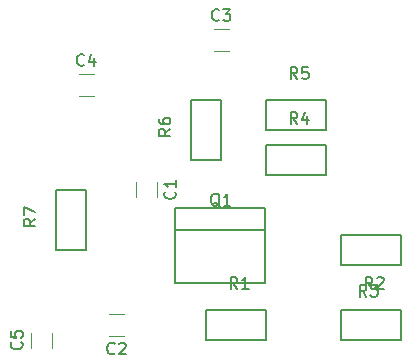
<source format=gbr>
G04 #@! TF.FileFunction,Legend,Top*
%FSLAX46Y46*%
G04 Gerber Fmt 4.6, Leading zero omitted, Abs format (unit mm)*
G04 Created by KiCad (PCBNEW 4.0.5) date 11/09/18 17:54:53*
%MOMM*%
%LPD*%
G01*
G04 APERTURE LIST*
%ADD10C,0.100000*%
%ADD11C,0.120000*%
%ADD12C,0.150000*%
G04 APERTURE END LIST*
D10*
D11*
X143160000Y-99681000D02*
X143160000Y-100939000D01*
X141320000Y-99681000D02*
X141320000Y-100939000D01*
X140349000Y-112680000D02*
X139091000Y-112680000D01*
X140349000Y-110840000D02*
X139091000Y-110840000D01*
X147941000Y-86710000D02*
X149199000Y-86710000D01*
X147941000Y-88550000D02*
X149199000Y-88550000D01*
X136511000Y-90520000D02*
X137769000Y-90520000D01*
X136511000Y-92360000D02*
X137769000Y-92360000D01*
X132430000Y-113679000D02*
X132430000Y-112421000D01*
X134270000Y-113679000D02*
X134270000Y-112421000D01*
D12*
X144691100Y-101828600D02*
X144691100Y-108178600D01*
X152311100Y-101828600D02*
X152311100Y-108178600D01*
X152311100Y-103733600D02*
X144691100Y-103733600D01*
X144691100Y-101828600D02*
X152311100Y-101828600D01*
X152311100Y-108178600D02*
X144691100Y-108178600D01*
X147320000Y-110490000D02*
X152400000Y-110490000D01*
X152400000Y-110490000D02*
X152400000Y-113030000D01*
X152400000Y-113030000D02*
X147320000Y-113030000D01*
X147320000Y-113030000D02*
X147320000Y-110490000D01*
X158750000Y-110490000D02*
X163830000Y-110490000D01*
X163830000Y-110490000D02*
X163830000Y-113030000D01*
X163830000Y-113030000D02*
X158750000Y-113030000D01*
X158750000Y-113030000D02*
X158750000Y-110490000D01*
X163830000Y-106680000D02*
X158750000Y-106680000D01*
X158750000Y-106680000D02*
X158750000Y-104140000D01*
X158750000Y-104140000D02*
X163830000Y-104140000D01*
X163830000Y-104140000D02*
X163830000Y-106680000D01*
X152400000Y-96520000D02*
X157480000Y-96520000D01*
X157480000Y-96520000D02*
X157480000Y-99060000D01*
X157480000Y-99060000D02*
X152400000Y-99060000D01*
X152400000Y-99060000D02*
X152400000Y-96520000D01*
X152400000Y-92710000D02*
X157480000Y-92710000D01*
X157480000Y-92710000D02*
X157480000Y-95250000D01*
X157480000Y-95250000D02*
X152400000Y-95250000D01*
X152400000Y-95250000D02*
X152400000Y-92710000D01*
X146050000Y-97790000D02*
X146050000Y-92710000D01*
X146050000Y-92710000D02*
X148590000Y-92710000D01*
X148590000Y-92710000D02*
X148590000Y-97790000D01*
X148590000Y-97790000D02*
X146050000Y-97790000D01*
X134620000Y-105410000D02*
X134620000Y-100330000D01*
X134620000Y-100330000D02*
X137160000Y-100330000D01*
X137160000Y-100330000D02*
X137160000Y-105410000D01*
X137160000Y-105410000D02*
X134620000Y-105410000D01*
X144647143Y-100476666D02*
X144694762Y-100524285D01*
X144742381Y-100667142D01*
X144742381Y-100762380D01*
X144694762Y-100905238D01*
X144599524Y-101000476D01*
X144504286Y-101048095D01*
X144313810Y-101095714D01*
X144170952Y-101095714D01*
X143980476Y-101048095D01*
X143885238Y-101000476D01*
X143790000Y-100905238D01*
X143742381Y-100762380D01*
X143742381Y-100667142D01*
X143790000Y-100524285D01*
X143837619Y-100476666D01*
X144742381Y-99524285D02*
X144742381Y-100095714D01*
X144742381Y-99810000D02*
X143742381Y-99810000D01*
X143885238Y-99905238D01*
X143980476Y-100000476D01*
X144028095Y-100095714D01*
X139553334Y-114167143D02*
X139505715Y-114214762D01*
X139362858Y-114262381D01*
X139267620Y-114262381D01*
X139124762Y-114214762D01*
X139029524Y-114119524D01*
X138981905Y-114024286D01*
X138934286Y-113833810D01*
X138934286Y-113690952D01*
X138981905Y-113500476D01*
X139029524Y-113405238D01*
X139124762Y-113310000D01*
X139267620Y-113262381D01*
X139362858Y-113262381D01*
X139505715Y-113310000D01*
X139553334Y-113357619D01*
X139934286Y-113357619D02*
X139981905Y-113310000D01*
X140077143Y-113262381D01*
X140315239Y-113262381D01*
X140410477Y-113310000D01*
X140458096Y-113357619D01*
X140505715Y-113452857D01*
X140505715Y-113548095D01*
X140458096Y-113690952D01*
X139886667Y-114262381D01*
X140505715Y-114262381D01*
X148403334Y-85937143D02*
X148355715Y-85984762D01*
X148212858Y-86032381D01*
X148117620Y-86032381D01*
X147974762Y-85984762D01*
X147879524Y-85889524D01*
X147831905Y-85794286D01*
X147784286Y-85603810D01*
X147784286Y-85460952D01*
X147831905Y-85270476D01*
X147879524Y-85175238D01*
X147974762Y-85080000D01*
X148117620Y-85032381D01*
X148212858Y-85032381D01*
X148355715Y-85080000D01*
X148403334Y-85127619D01*
X148736667Y-85032381D02*
X149355715Y-85032381D01*
X149022381Y-85413333D01*
X149165239Y-85413333D01*
X149260477Y-85460952D01*
X149308096Y-85508571D01*
X149355715Y-85603810D01*
X149355715Y-85841905D01*
X149308096Y-85937143D01*
X149260477Y-85984762D01*
X149165239Y-86032381D01*
X148879524Y-86032381D01*
X148784286Y-85984762D01*
X148736667Y-85937143D01*
X136973334Y-89747143D02*
X136925715Y-89794762D01*
X136782858Y-89842381D01*
X136687620Y-89842381D01*
X136544762Y-89794762D01*
X136449524Y-89699524D01*
X136401905Y-89604286D01*
X136354286Y-89413810D01*
X136354286Y-89270952D01*
X136401905Y-89080476D01*
X136449524Y-88985238D01*
X136544762Y-88890000D01*
X136687620Y-88842381D01*
X136782858Y-88842381D01*
X136925715Y-88890000D01*
X136973334Y-88937619D01*
X137830477Y-89175714D02*
X137830477Y-89842381D01*
X137592381Y-88794762D02*
X137354286Y-89509048D01*
X137973334Y-89509048D01*
X131657143Y-113216666D02*
X131704762Y-113264285D01*
X131752381Y-113407142D01*
X131752381Y-113502380D01*
X131704762Y-113645238D01*
X131609524Y-113740476D01*
X131514286Y-113788095D01*
X131323810Y-113835714D01*
X131180952Y-113835714D01*
X130990476Y-113788095D01*
X130895238Y-113740476D01*
X130800000Y-113645238D01*
X130752381Y-113502380D01*
X130752381Y-113407142D01*
X130800000Y-113264285D01*
X130847619Y-113216666D01*
X130752381Y-112311904D02*
X130752381Y-112788095D01*
X131228571Y-112835714D01*
X131180952Y-112788095D01*
X131133333Y-112692857D01*
X131133333Y-112454761D01*
X131180952Y-112359523D01*
X131228571Y-112311904D01*
X131323810Y-112264285D01*
X131561905Y-112264285D01*
X131657143Y-112311904D01*
X131704762Y-112359523D01*
X131752381Y-112454761D01*
X131752381Y-112692857D01*
X131704762Y-112788095D01*
X131657143Y-112835714D01*
X148455862Y-101751219D02*
X148360624Y-101703600D01*
X148265386Y-101608362D01*
X148122529Y-101465505D01*
X148027290Y-101417886D01*
X147932052Y-101417886D01*
X147979671Y-101655981D02*
X147884433Y-101608362D01*
X147789195Y-101513124D01*
X147741576Y-101322648D01*
X147741576Y-100989314D01*
X147789195Y-100798838D01*
X147884433Y-100703600D01*
X147979671Y-100655981D01*
X148170148Y-100655981D01*
X148265386Y-100703600D01*
X148360624Y-100798838D01*
X148408243Y-100989314D01*
X148408243Y-101322648D01*
X148360624Y-101513124D01*
X148265386Y-101608362D01*
X148170148Y-101655981D01*
X147979671Y-101655981D01*
X149360624Y-101655981D02*
X148789195Y-101655981D01*
X149074909Y-101655981D02*
X149074909Y-100655981D01*
X148979671Y-100798838D01*
X148884433Y-100894076D01*
X148789195Y-100941695D01*
X149942254Y-108712261D02*
X149608920Y-108236070D01*
X149370825Y-108712261D02*
X149370825Y-107712261D01*
X149751778Y-107712261D01*
X149847016Y-107759880D01*
X149894635Y-107807499D01*
X149942254Y-107902737D01*
X149942254Y-108045594D01*
X149894635Y-108140832D01*
X149847016Y-108188451D01*
X149751778Y-108236070D01*
X149370825Y-108236070D01*
X150894635Y-108712261D02*
X150323206Y-108712261D01*
X150608920Y-108712261D02*
X150608920Y-107712261D01*
X150513682Y-107855118D01*
X150418444Y-107950356D01*
X150323206Y-107997975D01*
X161372254Y-108712261D02*
X161038920Y-108236070D01*
X160800825Y-108712261D02*
X160800825Y-107712261D01*
X161181778Y-107712261D01*
X161277016Y-107759880D01*
X161324635Y-107807499D01*
X161372254Y-107902737D01*
X161372254Y-108045594D01*
X161324635Y-108140832D01*
X161277016Y-108188451D01*
X161181778Y-108236070D01*
X160800825Y-108236070D01*
X161753206Y-107807499D02*
X161800825Y-107759880D01*
X161896063Y-107712261D01*
X162134159Y-107712261D01*
X162229397Y-107759880D01*
X162277016Y-107807499D01*
X162324635Y-107902737D01*
X162324635Y-107997975D01*
X162277016Y-108140832D01*
X161705587Y-108712261D01*
X162324635Y-108712261D01*
X160874414Y-109362501D02*
X160541080Y-108886310D01*
X160302985Y-109362501D02*
X160302985Y-108362501D01*
X160683938Y-108362501D01*
X160779176Y-108410120D01*
X160826795Y-108457739D01*
X160874414Y-108552977D01*
X160874414Y-108695834D01*
X160826795Y-108791072D01*
X160779176Y-108838691D01*
X160683938Y-108886310D01*
X160302985Y-108886310D01*
X161207747Y-108362501D02*
X161826795Y-108362501D01*
X161493461Y-108743453D01*
X161636319Y-108743453D01*
X161731557Y-108791072D01*
X161779176Y-108838691D01*
X161826795Y-108933930D01*
X161826795Y-109172025D01*
X161779176Y-109267263D01*
X161731557Y-109314882D01*
X161636319Y-109362501D01*
X161350604Y-109362501D01*
X161255366Y-109314882D01*
X161207747Y-109267263D01*
X155022254Y-94742261D02*
X154688920Y-94266070D01*
X154450825Y-94742261D02*
X154450825Y-93742261D01*
X154831778Y-93742261D01*
X154927016Y-93789880D01*
X154974635Y-93837499D01*
X155022254Y-93932737D01*
X155022254Y-94075594D01*
X154974635Y-94170832D01*
X154927016Y-94218451D01*
X154831778Y-94266070D01*
X154450825Y-94266070D01*
X155879397Y-94075594D02*
X155879397Y-94742261D01*
X155641301Y-93694642D02*
X155403206Y-94408928D01*
X156022254Y-94408928D01*
X155022254Y-90932261D02*
X154688920Y-90456070D01*
X154450825Y-90932261D02*
X154450825Y-89932261D01*
X154831778Y-89932261D01*
X154927016Y-89979880D01*
X154974635Y-90027499D01*
X155022254Y-90122737D01*
X155022254Y-90265594D01*
X154974635Y-90360832D01*
X154927016Y-90408451D01*
X154831778Y-90456070D01*
X154450825Y-90456070D01*
X155927016Y-89932261D02*
X155450825Y-89932261D01*
X155403206Y-90408451D01*
X155450825Y-90360832D01*
X155546063Y-90313213D01*
X155784159Y-90313213D01*
X155879397Y-90360832D01*
X155927016Y-90408451D01*
X155974635Y-90503690D01*
X155974635Y-90741785D01*
X155927016Y-90837023D01*
X155879397Y-90884642D01*
X155784159Y-90932261D01*
X155546063Y-90932261D01*
X155450825Y-90884642D01*
X155403206Y-90837023D01*
X144272261Y-95167746D02*
X143796070Y-95501080D01*
X144272261Y-95739175D02*
X143272261Y-95739175D01*
X143272261Y-95358222D01*
X143319880Y-95262984D01*
X143367499Y-95215365D01*
X143462737Y-95167746D01*
X143605594Y-95167746D01*
X143700832Y-95215365D01*
X143748451Y-95262984D01*
X143796070Y-95358222D01*
X143796070Y-95739175D01*
X143272261Y-94310603D02*
X143272261Y-94501080D01*
X143319880Y-94596318D01*
X143367499Y-94643937D01*
X143510356Y-94739175D01*
X143700832Y-94786794D01*
X144081785Y-94786794D01*
X144177023Y-94739175D01*
X144224642Y-94691556D01*
X144272261Y-94596318D01*
X144272261Y-94405841D01*
X144224642Y-94310603D01*
X144177023Y-94262984D01*
X144081785Y-94215365D01*
X143843690Y-94215365D01*
X143748451Y-94262984D01*
X143700832Y-94310603D01*
X143653213Y-94405841D01*
X143653213Y-94596318D01*
X143700832Y-94691556D01*
X143748451Y-94739175D01*
X143843690Y-94786794D01*
X132842261Y-102787746D02*
X132366070Y-103121080D01*
X132842261Y-103359175D02*
X131842261Y-103359175D01*
X131842261Y-102978222D01*
X131889880Y-102882984D01*
X131937499Y-102835365D01*
X132032737Y-102787746D01*
X132175594Y-102787746D01*
X132270832Y-102835365D01*
X132318451Y-102882984D01*
X132366070Y-102978222D01*
X132366070Y-103359175D01*
X131842261Y-102454413D02*
X131842261Y-101787746D01*
X132842261Y-102216318D01*
M02*

</source>
